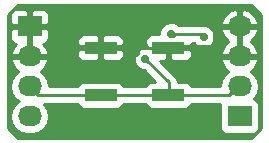
<source format=gbl>
G04 #@! TF.FileFunction,Copper,L2,Bot,Signal*
%FSLAX46Y46*%
G04 Gerber Fmt 4.6, Leading zero omitted, Abs format (unit mm)*
G04 Created by KiCad (PCBNEW no-vcs-found-product) date Tue 26 Jan 2016 11:55:49 GMT*
%MOMM*%
G01*
G04 APERTURE LIST*
%ADD10C,0.100000*%
%ADD11R,2.750000X1.000000*%
%ADD12R,2.032000X1.727200*%
%ADD13O,2.032000X1.727200*%
%ADD14C,0.700000*%
%ADD15C,0.250000*%
%ADD16C,0.254000*%
%ADD17C,0.508000*%
G04 APERTURE END LIST*
D10*
D11*
X230205000Y-108680000D03*
X224455000Y-108680000D03*
X224455000Y-104680000D03*
X230205000Y-104680000D03*
D12*
X218440000Y-102870000D03*
D13*
X218440000Y-105410000D03*
X218440000Y-107950000D03*
X218440000Y-110490000D03*
D12*
X236220000Y-110490000D03*
D13*
X236220000Y-107950000D03*
X236220000Y-105410000D03*
X236220000Y-102870000D03*
D14*
X233175000Y-103745000D03*
X230415000Y-103475000D03*
X228230000Y-105600000D03*
X227435000Y-105155000D03*
D15*
X232905000Y-103475000D02*
X230415000Y-103475000D01*
X233175000Y-103745000D02*
X232905000Y-103475000D01*
D16*
X230415000Y-103475000D02*
X230645000Y-103705000D01*
D15*
X224455000Y-108680000D02*
X219170000Y-108680000D01*
X219170000Y-108680000D02*
X218440000Y-107950000D01*
X230205000Y-108680000D02*
X224455000Y-108680000D01*
D16*
X230205000Y-108680000D02*
X235360000Y-108680000D01*
X235360000Y-108680000D02*
X236065000Y-107975000D01*
X236065000Y-107975000D02*
X236220000Y-107950000D01*
X228230000Y-105600000D02*
X230220000Y-107590000D01*
X230220000Y-107590000D02*
X230220000Y-108400000D01*
X230220000Y-108400000D02*
X230205000Y-108680000D01*
D15*
X234060000Y-104680000D02*
X234060000Y-102760000D01*
D17*
X230205000Y-104680000D02*
X234060000Y-104680000D01*
D15*
X234170000Y-102870000D02*
X236220000Y-102870000D01*
X234060000Y-102760000D02*
X234170000Y-102870000D01*
X220480000Y-104680000D02*
X220480000Y-103050000D01*
D17*
X224455000Y-104680000D02*
X220480000Y-104680000D01*
D15*
X220300000Y-102870000D02*
X218440000Y-102870000D01*
X220480000Y-103050000D02*
X220300000Y-102870000D01*
X227435000Y-105155000D02*
X227435000Y-104705000D01*
X227425000Y-104695000D02*
X227425000Y-104680000D01*
X227435000Y-104705000D02*
X227425000Y-104695000D01*
X224455000Y-104680000D02*
X227425000Y-104680000D01*
X227425000Y-104680000D02*
X230205000Y-104680000D01*
D17*
X236220000Y-102870000D02*
X236220000Y-105520000D01*
D15*
X236220000Y-105520000D02*
X236260000Y-105560000D01*
X236260000Y-105560000D02*
X236220000Y-105410000D01*
X235840000Y-102900000D02*
X235900000Y-102900000D01*
X235900000Y-102900000D02*
X235920000Y-102880000D01*
X235920000Y-102880000D02*
X236220000Y-102870000D01*
X229860000Y-104680000D02*
X229940000Y-104760000D01*
X229940000Y-104760000D02*
X230205000Y-104680000D01*
D17*
X218440000Y-102870000D02*
X218440000Y-105450000D01*
D15*
X218440000Y-105450000D02*
X218530000Y-105540000D01*
X218530000Y-105540000D02*
X218440000Y-105410000D01*
X218750000Y-102950000D02*
X218440000Y-102870000D01*
D16*
G36*
X238050000Y-101894092D02*
X238050000Y-111465908D01*
X237195908Y-112320000D01*
X217464092Y-112320000D01*
X216610000Y-111465908D01*
X216610000Y-107950000D01*
X216756655Y-107950000D01*
X216870729Y-108523489D01*
X217195585Y-109009670D01*
X217510366Y-109220000D01*
X217195585Y-109430330D01*
X216870729Y-109916511D01*
X216756655Y-110490000D01*
X216870729Y-111063489D01*
X217195585Y-111549670D01*
X217681766Y-111874526D01*
X218255255Y-111988600D01*
X218624745Y-111988600D01*
X219198234Y-111874526D01*
X219684415Y-111549670D01*
X220009271Y-111063489D01*
X220123345Y-110490000D01*
X220009271Y-109916511D01*
X219690876Y-109440000D01*
X222491280Y-109440000D01*
X222619327Y-109634927D01*
X222830360Y-109777377D01*
X223080000Y-109827440D01*
X225830000Y-109827440D01*
X226072123Y-109780463D01*
X226284927Y-109640673D01*
X226420384Y-109440000D01*
X228241280Y-109440000D01*
X228369327Y-109634927D01*
X228580360Y-109777377D01*
X228830000Y-109827440D01*
X231580000Y-109827440D01*
X231822123Y-109780463D01*
X232034927Y-109640673D01*
X232169034Y-109442000D01*
X234593540Y-109442000D01*
X234556560Y-109626400D01*
X234556560Y-111353600D01*
X234603537Y-111595723D01*
X234743327Y-111808527D01*
X234954360Y-111950977D01*
X235204000Y-112001040D01*
X237236000Y-112001040D01*
X237478123Y-111954063D01*
X237690927Y-111814273D01*
X237833377Y-111603240D01*
X237883440Y-111353600D01*
X237883440Y-109626400D01*
X237836463Y-109384277D01*
X237696673Y-109171473D01*
X237485640Y-109029023D01*
X237447037Y-109021282D01*
X237464415Y-109009670D01*
X237789271Y-108523489D01*
X237903345Y-107950000D01*
X237789271Y-107376511D01*
X237464415Y-106890330D01*
X237154931Y-106683539D01*
X237570732Y-106312036D01*
X237824709Y-105784791D01*
X237827358Y-105769026D01*
X237706217Y-105537000D01*
X236347000Y-105537000D01*
X236347000Y-105557000D01*
X236093000Y-105557000D01*
X236093000Y-105537000D01*
X234733783Y-105537000D01*
X234612642Y-105769026D01*
X234615291Y-105784791D01*
X234869268Y-106312036D01*
X235285069Y-106683539D01*
X234975585Y-106890330D01*
X234650729Y-107376511D01*
X234543020Y-107918000D01*
X232167406Y-107918000D01*
X232040673Y-107725073D01*
X231829640Y-107582623D01*
X231580000Y-107532560D01*
X230970574Y-107532560D01*
X230923996Y-107298395D01*
X230758815Y-107051185D01*
X229522630Y-105815000D01*
X229919250Y-105815000D01*
X230078000Y-105656250D01*
X230078000Y-104807000D01*
X230332000Y-104807000D01*
X230332000Y-105656250D01*
X230490750Y-105815000D01*
X231706309Y-105815000D01*
X231939698Y-105718327D01*
X232118327Y-105539699D01*
X232215000Y-105306310D01*
X232215000Y-104965750D01*
X232056250Y-104807000D01*
X230332000Y-104807000D01*
X230078000Y-104807000D01*
X230078000Y-104807000D01*
X230058000Y-104807000D01*
X230058000Y-104553000D01*
X230078000Y-104553000D01*
X230078000Y-104533000D01*
X230332000Y-104533000D01*
X230332000Y-104553000D01*
X232056250Y-104553000D01*
X232215000Y-104394250D01*
X232215000Y-104235000D01*
X232311693Y-104235000D01*
X232339471Y-104302229D01*
X232616314Y-104579555D01*
X232978212Y-104729828D01*
X233370069Y-104730170D01*
X233732229Y-104580529D01*
X234009555Y-104303686D01*
X234159828Y-103941788D01*
X234160170Y-103549931D01*
X234027575Y-103229026D01*
X234612642Y-103229026D01*
X234615291Y-103244791D01*
X234869268Y-103772036D01*
X235281108Y-104140000D01*
X234869268Y-104507964D01*
X234615291Y-105035209D01*
X234612642Y-105050974D01*
X234733783Y-105283000D01*
X236093000Y-105283000D01*
X236093000Y-102997000D01*
X236347000Y-102997000D01*
X236347000Y-105283000D01*
X237706217Y-105283000D01*
X237827358Y-105050974D01*
X237824709Y-105035209D01*
X237570732Y-104507964D01*
X237158892Y-104140000D01*
X237570732Y-103772036D01*
X237824709Y-103244791D01*
X237827358Y-103229026D01*
X237706217Y-102997000D01*
X236347000Y-102997000D01*
X236093000Y-102997000D01*
X236093000Y-102997000D01*
X234733783Y-102997000D01*
X234612642Y-103229026D01*
X234027575Y-103229026D01*
X234010529Y-103187771D01*
X233733686Y-102910445D01*
X233371788Y-102760172D01*
X233131037Y-102759962D01*
X232905000Y-102715000D01*
X231048111Y-102715000D01*
X230973686Y-102640445D01*
X230661885Y-102510974D01*
X234612642Y-102510974D01*
X234733783Y-102743000D01*
X236093000Y-102743000D01*
X236093000Y-101529076D01*
X236347000Y-101529076D01*
X236347000Y-102743000D01*
X237706217Y-102743000D01*
X237827358Y-102510974D01*
X237824709Y-102495209D01*
X237570732Y-101967964D01*
X237134320Y-101578046D01*
X236581913Y-101384816D01*
X236347000Y-101529076D01*
X236093000Y-101529076D01*
X236093000Y-101529076D01*
X235858087Y-101384816D01*
X235305680Y-101578046D01*
X234869268Y-101967964D01*
X234615291Y-102495209D01*
X234612642Y-102510974D01*
X230661885Y-102510974D01*
X230611788Y-102490172D01*
X230219931Y-102489830D01*
X229857771Y-102639471D01*
X229580445Y-102916314D01*
X229430172Y-103278212D01*
X229429939Y-103545000D01*
X228703691Y-103545000D01*
X228470302Y-103641673D01*
X228291673Y-103820301D01*
X228195000Y-104053690D01*
X228195000Y-104394250D01*
X228353748Y-104552998D01*
X228195000Y-104552998D01*
X228195000Y-104614970D01*
X228034931Y-104614830D01*
X227672771Y-104764471D01*
X227395445Y-105041314D01*
X227245172Y-105403212D01*
X227244830Y-105795069D01*
X227394471Y-106157229D01*
X227671314Y-106434555D01*
X228033212Y-106584828D01*
X228137289Y-106584919D01*
X229084930Y-107532560D01*
X228830000Y-107532560D01*
X228587877Y-107579537D01*
X228375073Y-107719327D01*
X228239616Y-107920000D01*
X226418720Y-107920000D01*
X226290673Y-107725073D01*
X226079640Y-107582623D01*
X225830000Y-107532560D01*
X223080000Y-107532560D01*
X222837877Y-107579537D01*
X222625073Y-107719327D01*
X222489616Y-107920000D01*
X220117378Y-107920000D01*
X220009271Y-107376511D01*
X219684415Y-106890330D01*
X219374931Y-106683539D01*
X219790732Y-106312036D01*
X220044709Y-105784791D01*
X220047358Y-105769026D01*
X219926217Y-105537000D01*
X218567000Y-105537000D01*
X218567000Y-105557000D01*
X218313000Y-105557000D01*
X218313000Y-105537000D01*
X216953783Y-105537000D01*
X216832642Y-105769026D01*
X216835291Y-105784791D01*
X217089268Y-106312036D01*
X217505069Y-106683539D01*
X217195585Y-106890330D01*
X216870729Y-107376511D01*
X216756655Y-107950000D01*
X216610000Y-107950000D01*
X216610000Y-103155750D01*
X216789000Y-103155750D01*
X216789000Y-103859910D01*
X216885673Y-104093299D01*
X217064302Y-104271927D01*
X217261861Y-104353759D01*
X217089268Y-104507964D01*
X216835291Y-105035209D01*
X216832642Y-105050974D01*
X216953783Y-105283000D01*
X218313000Y-105283000D01*
X218313000Y-102997000D01*
X218567000Y-102997000D01*
X218567000Y-105283000D01*
X219926217Y-105283000D01*
X220047358Y-105050974D01*
X220044709Y-105035209D01*
X220011250Y-104965750D01*
X222445000Y-104965750D01*
X222445000Y-105306310D01*
X222541673Y-105539699D01*
X222720302Y-105718327D01*
X222953691Y-105815000D01*
X224169250Y-105815000D01*
X224328000Y-105656250D01*
X224328000Y-104807000D01*
X224582000Y-104807000D01*
X224582000Y-105656250D01*
X224740750Y-105815000D01*
X225956309Y-105815000D01*
X226189698Y-105718327D01*
X226368327Y-105539699D01*
X226465000Y-105306310D01*
X226465000Y-104965750D01*
X226306250Y-104807000D01*
X224582000Y-104807000D01*
X224328000Y-104807000D01*
X224328000Y-104807000D01*
X222603750Y-104807000D01*
X222445000Y-104965750D01*
X220011250Y-104965750D01*
X219790732Y-104507964D01*
X219618139Y-104353759D01*
X219815698Y-104271927D01*
X219994327Y-104093299D01*
X220010734Y-104053690D01*
X222445000Y-104053690D01*
X222445000Y-104394250D01*
X222603750Y-104553000D01*
X224328000Y-104553000D01*
X224328000Y-103703750D01*
X224582000Y-103703750D01*
X224582000Y-104553000D01*
X226306250Y-104553000D01*
X226465000Y-104394250D01*
X226465000Y-104053690D01*
X226368327Y-103820301D01*
X226189698Y-103641673D01*
X225956309Y-103545000D01*
X224740750Y-103545000D01*
X224582000Y-103703750D01*
X224328000Y-103703750D01*
X224328000Y-103703750D01*
X224169250Y-103545000D01*
X222953691Y-103545000D01*
X222720302Y-103641673D01*
X222541673Y-103820301D01*
X222445000Y-104053690D01*
X220010734Y-104053690D01*
X220091000Y-103859910D01*
X220091000Y-103155750D01*
X219932250Y-102997000D01*
X218567000Y-102997000D01*
X218313000Y-102997000D01*
X218313000Y-102997000D01*
X216947750Y-102997000D01*
X216789000Y-103155750D01*
X216610000Y-103155750D01*
X216610000Y-101894092D01*
X216624002Y-101880090D01*
X216789000Y-101880090D01*
X216789000Y-102584250D01*
X216947750Y-102743000D01*
X218313000Y-102743000D01*
X218313000Y-101530150D01*
X218567000Y-101530150D01*
X218567000Y-102743000D01*
X219932250Y-102743000D01*
X220091000Y-102584250D01*
X220091000Y-101880090D01*
X219994327Y-101646701D01*
X219815698Y-101468073D01*
X219582309Y-101371400D01*
X218725750Y-101371400D01*
X218567000Y-101530150D01*
X218313000Y-101530150D01*
X218313000Y-101530150D01*
X218154250Y-101371400D01*
X217297691Y-101371400D01*
X217064302Y-101468073D01*
X216885673Y-101646701D01*
X216789000Y-101880090D01*
X216624002Y-101880090D01*
X217464092Y-101040000D01*
X237195908Y-101040000D01*
X238050000Y-101894092D01*
X238050000Y-101894092D01*
G37*
X238050000Y-101894092D02*
X238050000Y-111465908D01*
X237195908Y-112320000D01*
X217464092Y-112320000D01*
X216610000Y-111465908D01*
X216610000Y-107950000D01*
X216756655Y-107950000D01*
X216870729Y-108523489D01*
X217195585Y-109009670D01*
X217510366Y-109220000D01*
X217195585Y-109430330D01*
X216870729Y-109916511D01*
X216756655Y-110490000D01*
X216870729Y-111063489D01*
X217195585Y-111549670D01*
X217681766Y-111874526D01*
X218255255Y-111988600D01*
X218624745Y-111988600D01*
X219198234Y-111874526D01*
X219684415Y-111549670D01*
X220009271Y-111063489D01*
X220123345Y-110490000D01*
X220009271Y-109916511D01*
X219690876Y-109440000D01*
X222491280Y-109440000D01*
X222619327Y-109634927D01*
X222830360Y-109777377D01*
X223080000Y-109827440D01*
X225830000Y-109827440D01*
X226072123Y-109780463D01*
X226284927Y-109640673D01*
X226420384Y-109440000D01*
X228241280Y-109440000D01*
X228369327Y-109634927D01*
X228580360Y-109777377D01*
X228830000Y-109827440D01*
X231580000Y-109827440D01*
X231822123Y-109780463D01*
X232034927Y-109640673D01*
X232169034Y-109442000D01*
X234593540Y-109442000D01*
X234556560Y-109626400D01*
X234556560Y-111353600D01*
X234603537Y-111595723D01*
X234743327Y-111808527D01*
X234954360Y-111950977D01*
X235204000Y-112001040D01*
X237236000Y-112001040D01*
X237478123Y-111954063D01*
X237690927Y-111814273D01*
X237833377Y-111603240D01*
X237883440Y-111353600D01*
X237883440Y-109626400D01*
X237836463Y-109384277D01*
X237696673Y-109171473D01*
X237485640Y-109029023D01*
X237447037Y-109021282D01*
X237464415Y-109009670D01*
X237789271Y-108523489D01*
X237903345Y-107950000D01*
X237789271Y-107376511D01*
X237464415Y-106890330D01*
X237154931Y-106683539D01*
X237570732Y-106312036D01*
X237824709Y-105784791D01*
X237827358Y-105769026D01*
X237706217Y-105537000D01*
X236347000Y-105537000D01*
X236347000Y-105557000D01*
X236093000Y-105557000D01*
X236093000Y-105537000D01*
X234733783Y-105537000D01*
X234612642Y-105769026D01*
X234615291Y-105784791D01*
X234869268Y-106312036D01*
X235285069Y-106683539D01*
X234975585Y-106890330D01*
X234650729Y-107376511D01*
X234543020Y-107918000D01*
X232167406Y-107918000D01*
X232040673Y-107725073D01*
X231829640Y-107582623D01*
X231580000Y-107532560D01*
X230970574Y-107532560D01*
X230923996Y-107298395D01*
X230758815Y-107051185D01*
X229522630Y-105815000D01*
X229919250Y-105815000D01*
X230078000Y-105656250D01*
X230078000Y-104807000D01*
X230332000Y-104807000D01*
X230332000Y-105656250D01*
X230490750Y-105815000D01*
X231706309Y-105815000D01*
X231939698Y-105718327D01*
X232118327Y-105539699D01*
X232215000Y-105306310D01*
X232215000Y-104965750D01*
X232056250Y-104807000D01*
X230332000Y-104807000D01*
X230078000Y-104807000D01*
X230078000Y-104807000D01*
X230058000Y-104807000D01*
X230058000Y-104553000D01*
X230078000Y-104553000D01*
X230078000Y-104533000D01*
X230332000Y-104533000D01*
X230332000Y-104553000D01*
X232056250Y-104553000D01*
X232215000Y-104394250D01*
X232215000Y-104235000D01*
X232311693Y-104235000D01*
X232339471Y-104302229D01*
X232616314Y-104579555D01*
X232978212Y-104729828D01*
X233370069Y-104730170D01*
X233732229Y-104580529D01*
X234009555Y-104303686D01*
X234159828Y-103941788D01*
X234160170Y-103549931D01*
X234027575Y-103229026D01*
X234612642Y-103229026D01*
X234615291Y-103244791D01*
X234869268Y-103772036D01*
X235281108Y-104140000D01*
X234869268Y-104507964D01*
X234615291Y-105035209D01*
X234612642Y-105050974D01*
X234733783Y-105283000D01*
X236093000Y-105283000D01*
X236093000Y-102997000D01*
X236347000Y-102997000D01*
X236347000Y-105283000D01*
X237706217Y-105283000D01*
X237827358Y-105050974D01*
X237824709Y-105035209D01*
X237570732Y-104507964D01*
X237158892Y-104140000D01*
X237570732Y-103772036D01*
X237824709Y-103244791D01*
X237827358Y-103229026D01*
X237706217Y-102997000D01*
X236347000Y-102997000D01*
X236093000Y-102997000D01*
X236093000Y-102997000D01*
X234733783Y-102997000D01*
X234612642Y-103229026D01*
X234027575Y-103229026D01*
X234010529Y-103187771D01*
X233733686Y-102910445D01*
X233371788Y-102760172D01*
X233131037Y-102759962D01*
X232905000Y-102715000D01*
X231048111Y-102715000D01*
X230973686Y-102640445D01*
X230661885Y-102510974D01*
X234612642Y-102510974D01*
X234733783Y-102743000D01*
X236093000Y-102743000D01*
X236093000Y-101529076D01*
X236347000Y-101529076D01*
X236347000Y-102743000D01*
X237706217Y-102743000D01*
X237827358Y-102510974D01*
X237824709Y-102495209D01*
X237570732Y-101967964D01*
X237134320Y-101578046D01*
X236581913Y-101384816D01*
X236347000Y-101529076D01*
X236093000Y-101529076D01*
X236093000Y-101529076D01*
X235858087Y-101384816D01*
X235305680Y-101578046D01*
X234869268Y-101967964D01*
X234615291Y-102495209D01*
X234612642Y-102510974D01*
X230661885Y-102510974D01*
X230611788Y-102490172D01*
X230219931Y-102489830D01*
X229857771Y-102639471D01*
X229580445Y-102916314D01*
X229430172Y-103278212D01*
X229429939Y-103545000D01*
X228703691Y-103545000D01*
X228470302Y-103641673D01*
X228291673Y-103820301D01*
X228195000Y-104053690D01*
X228195000Y-104394250D01*
X228353748Y-104552998D01*
X228195000Y-104552998D01*
X228195000Y-104614970D01*
X228034931Y-104614830D01*
X227672771Y-104764471D01*
X227395445Y-105041314D01*
X227245172Y-105403212D01*
X227244830Y-105795069D01*
X227394471Y-106157229D01*
X227671314Y-106434555D01*
X228033212Y-106584828D01*
X228137289Y-106584919D01*
X229084930Y-107532560D01*
X228830000Y-107532560D01*
X228587877Y-107579537D01*
X228375073Y-107719327D01*
X228239616Y-107920000D01*
X226418720Y-107920000D01*
X226290673Y-107725073D01*
X226079640Y-107582623D01*
X225830000Y-107532560D01*
X223080000Y-107532560D01*
X222837877Y-107579537D01*
X222625073Y-107719327D01*
X222489616Y-107920000D01*
X220117378Y-107920000D01*
X220009271Y-107376511D01*
X219684415Y-106890330D01*
X219374931Y-106683539D01*
X219790732Y-106312036D01*
X220044709Y-105784791D01*
X220047358Y-105769026D01*
X219926217Y-105537000D01*
X218567000Y-105537000D01*
X218567000Y-105557000D01*
X218313000Y-105557000D01*
X218313000Y-105537000D01*
X216953783Y-105537000D01*
X216832642Y-105769026D01*
X216835291Y-105784791D01*
X217089268Y-106312036D01*
X217505069Y-106683539D01*
X217195585Y-106890330D01*
X216870729Y-107376511D01*
X216756655Y-107950000D01*
X216610000Y-107950000D01*
X216610000Y-103155750D01*
X216789000Y-103155750D01*
X216789000Y-103859910D01*
X216885673Y-104093299D01*
X217064302Y-104271927D01*
X217261861Y-104353759D01*
X217089268Y-104507964D01*
X216835291Y-105035209D01*
X216832642Y-105050974D01*
X216953783Y-105283000D01*
X218313000Y-105283000D01*
X218313000Y-102997000D01*
X218567000Y-102997000D01*
X218567000Y-105283000D01*
X219926217Y-105283000D01*
X220047358Y-105050974D01*
X220044709Y-105035209D01*
X220011250Y-104965750D01*
X222445000Y-104965750D01*
X222445000Y-105306310D01*
X222541673Y-105539699D01*
X222720302Y-105718327D01*
X222953691Y-105815000D01*
X224169250Y-105815000D01*
X224328000Y-105656250D01*
X224328000Y-104807000D01*
X224582000Y-104807000D01*
X224582000Y-105656250D01*
X224740750Y-105815000D01*
X225956309Y-105815000D01*
X226189698Y-105718327D01*
X226368327Y-105539699D01*
X226465000Y-105306310D01*
X226465000Y-104965750D01*
X226306250Y-104807000D01*
X224582000Y-104807000D01*
X224328000Y-104807000D01*
X224328000Y-104807000D01*
X222603750Y-104807000D01*
X222445000Y-104965750D01*
X220011250Y-104965750D01*
X219790732Y-104507964D01*
X219618139Y-104353759D01*
X219815698Y-104271927D01*
X219994327Y-104093299D01*
X220010734Y-104053690D01*
X222445000Y-104053690D01*
X222445000Y-104394250D01*
X222603750Y-104553000D01*
X224328000Y-104553000D01*
X224328000Y-103703750D01*
X224582000Y-103703750D01*
X224582000Y-104553000D01*
X226306250Y-104553000D01*
X226465000Y-104394250D01*
X226465000Y-104053690D01*
X226368327Y-103820301D01*
X226189698Y-103641673D01*
X225956309Y-103545000D01*
X224740750Y-103545000D01*
X224582000Y-103703750D01*
X224328000Y-103703750D01*
X224328000Y-103703750D01*
X224169250Y-103545000D01*
X222953691Y-103545000D01*
X222720302Y-103641673D01*
X222541673Y-103820301D01*
X222445000Y-104053690D01*
X220010734Y-104053690D01*
X220091000Y-103859910D01*
X220091000Y-103155750D01*
X219932250Y-102997000D01*
X218567000Y-102997000D01*
X218313000Y-102997000D01*
X218313000Y-102997000D01*
X216947750Y-102997000D01*
X216789000Y-103155750D01*
X216610000Y-103155750D01*
X216610000Y-101894092D01*
X216624002Y-101880090D01*
X216789000Y-101880090D01*
X216789000Y-102584250D01*
X216947750Y-102743000D01*
X218313000Y-102743000D01*
X218313000Y-101530150D01*
X218567000Y-101530150D01*
X218567000Y-102743000D01*
X219932250Y-102743000D01*
X220091000Y-102584250D01*
X220091000Y-101880090D01*
X219994327Y-101646701D01*
X219815698Y-101468073D01*
X219582309Y-101371400D01*
X218725750Y-101371400D01*
X218567000Y-101530150D01*
X218313000Y-101530150D01*
X218313000Y-101530150D01*
X218154250Y-101371400D01*
X217297691Y-101371400D01*
X217064302Y-101468073D01*
X216885673Y-101646701D01*
X216789000Y-101880090D01*
X216624002Y-101880090D01*
X217464092Y-101040000D01*
X237195908Y-101040000D01*
X238050000Y-101894092D01*
M02*

</source>
